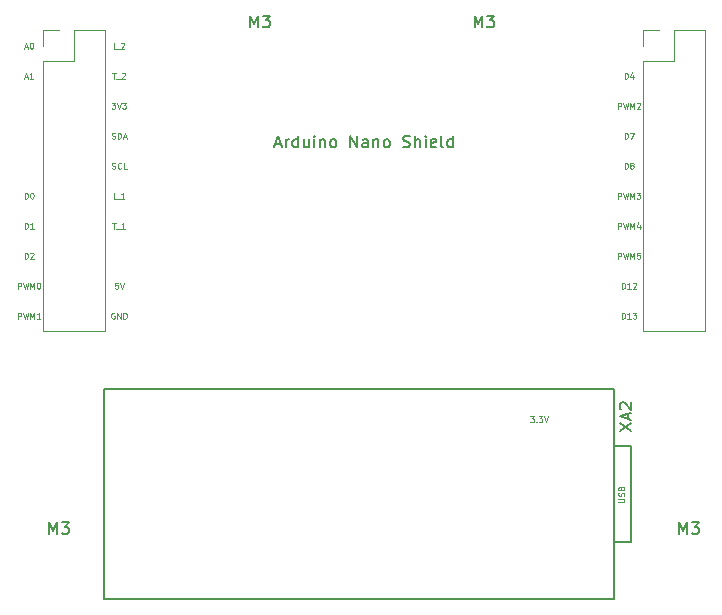
<source format=gbr>
%TF.GenerationSoftware,KiCad,Pcbnew,(5.1.6)-1*%
%TF.CreationDate,2020-06-17T13:37:55+01:00*%
%TF.ProjectId,Arduino_Nano_shield,41726475-696e-46f5-9f4e-616e6f5f7368,rev?*%
%TF.SameCoordinates,Original*%
%TF.FileFunction,Legend,Top*%
%TF.FilePolarity,Positive*%
%FSLAX46Y46*%
G04 Gerber Fmt 4.6, Leading zero omitted, Abs format (unit mm)*
G04 Created by KiCad (PCBNEW (5.1.6)-1) date 2020-06-17 13:37:55*
%MOMM*%
%LPD*%
G01*
G04 APERTURE LIST*
%ADD10C,0.150000*%
%ADD11C,0.100000*%
%ADD12C,0.120000*%
%ADD13C,0.075000*%
G04 APERTURE END LIST*
D10*
X114812380Y-56586666D02*
X115288571Y-56586666D01*
X114717142Y-56872380D02*
X115050476Y-55872380D01*
X115383809Y-56872380D01*
X115717142Y-56872380D02*
X115717142Y-56205714D01*
X115717142Y-56396190D02*
X115764761Y-56300952D01*
X115812380Y-56253333D01*
X115907619Y-56205714D01*
X116002857Y-56205714D01*
X116764761Y-56872380D02*
X116764761Y-55872380D01*
X116764761Y-56824761D02*
X116669523Y-56872380D01*
X116479047Y-56872380D01*
X116383809Y-56824761D01*
X116336190Y-56777142D01*
X116288571Y-56681904D01*
X116288571Y-56396190D01*
X116336190Y-56300952D01*
X116383809Y-56253333D01*
X116479047Y-56205714D01*
X116669523Y-56205714D01*
X116764761Y-56253333D01*
X117669523Y-56205714D02*
X117669523Y-56872380D01*
X117240952Y-56205714D02*
X117240952Y-56729523D01*
X117288571Y-56824761D01*
X117383809Y-56872380D01*
X117526666Y-56872380D01*
X117621904Y-56824761D01*
X117669523Y-56777142D01*
X118145714Y-56872380D02*
X118145714Y-56205714D01*
X118145714Y-55872380D02*
X118098095Y-55920000D01*
X118145714Y-55967619D01*
X118193333Y-55920000D01*
X118145714Y-55872380D01*
X118145714Y-55967619D01*
X118621904Y-56205714D02*
X118621904Y-56872380D01*
X118621904Y-56300952D02*
X118669523Y-56253333D01*
X118764761Y-56205714D01*
X118907619Y-56205714D01*
X119002857Y-56253333D01*
X119050476Y-56348571D01*
X119050476Y-56872380D01*
X119669523Y-56872380D02*
X119574285Y-56824761D01*
X119526666Y-56777142D01*
X119479047Y-56681904D01*
X119479047Y-56396190D01*
X119526666Y-56300952D01*
X119574285Y-56253333D01*
X119669523Y-56205714D01*
X119812380Y-56205714D01*
X119907619Y-56253333D01*
X119955238Y-56300952D01*
X120002857Y-56396190D01*
X120002857Y-56681904D01*
X119955238Y-56777142D01*
X119907619Y-56824761D01*
X119812380Y-56872380D01*
X119669523Y-56872380D01*
X121193333Y-56872380D02*
X121193333Y-55872380D01*
X121764761Y-56872380D01*
X121764761Y-55872380D01*
X122669523Y-56872380D02*
X122669523Y-56348571D01*
X122621904Y-56253333D01*
X122526666Y-56205714D01*
X122336190Y-56205714D01*
X122240952Y-56253333D01*
X122669523Y-56824761D02*
X122574285Y-56872380D01*
X122336190Y-56872380D01*
X122240952Y-56824761D01*
X122193333Y-56729523D01*
X122193333Y-56634285D01*
X122240952Y-56539047D01*
X122336190Y-56491428D01*
X122574285Y-56491428D01*
X122669523Y-56443809D01*
X123145714Y-56205714D02*
X123145714Y-56872380D01*
X123145714Y-56300952D02*
X123193333Y-56253333D01*
X123288571Y-56205714D01*
X123431428Y-56205714D01*
X123526666Y-56253333D01*
X123574285Y-56348571D01*
X123574285Y-56872380D01*
X124193333Y-56872380D02*
X124098095Y-56824761D01*
X124050476Y-56777142D01*
X124002857Y-56681904D01*
X124002857Y-56396190D01*
X124050476Y-56300952D01*
X124098095Y-56253333D01*
X124193333Y-56205714D01*
X124336190Y-56205714D01*
X124431428Y-56253333D01*
X124479047Y-56300952D01*
X124526666Y-56396190D01*
X124526666Y-56681904D01*
X124479047Y-56777142D01*
X124431428Y-56824761D01*
X124336190Y-56872380D01*
X124193333Y-56872380D01*
X125669523Y-56824761D02*
X125812380Y-56872380D01*
X126050476Y-56872380D01*
X126145714Y-56824761D01*
X126193333Y-56777142D01*
X126240952Y-56681904D01*
X126240952Y-56586666D01*
X126193333Y-56491428D01*
X126145714Y-56443809D01*
X126050476Y-56396190D01*
X125860000Y-56348571D01*
X125764761Y-56300952D01*
X125717142Y-56253333D01*
X125669523Y-56158095D01*
X125669523Y-56062857D01*
X125717142Y-55967619D01*
X125764761Y-55920000D01*
X125860000Y-55872380D01*
X126098095Y-55872380D01*
X126240952Y-55920000D01*
X126669523Y-56872380D02*
X126669523Y-55872380D01*
X127098095Y-56872380D02*
X127098095Y-56348571D01*
X127050476Y-56253333D01*
X126955238Y-56205714D01*
X126812380Y-56205714D01*
X126717142Y-56253333D01*
X126669523Y-56300952D01*
X127574285Y-56872380D02*
X127574285Y-56205714D01*
X127574285Y-55872380D02*
X127526666Y-55920000D01*
X127574285Y-55967619D01*
X127621904Y-55920000D01*
X127574285Y-55872380D01*
X127574285Y-55967619D01*
X128431428Y-56824761D02*
X128336190Y-56872380D01*
X128145714Y-56872380D01*
X128050476Y-56824761D01*
X128002857Y-56729523D01*
X128002857Y-56348571D01*
X128050476Y-56253333D01*
X128145714Y-56205714D01*
X128336190Y-56205714D01*
X128431428Y-56253333D01*
X128479047Y-56348571D01*
X128479047Y-56443809D01*
X128002857Y-56539047D01*
X129050476Y-56872380D02*
X128955238Y-56824761D01*
X128907619Y-56729523D01*
X128907619Y-55872380D01*
X129860000Y-56872380D02*
X129860000Y-55872380D01*
X129860000Y-56824761D02*
X129764761Y-56872380D01*
X129574285Y-56872380D01*
X129479047Y-56824761D01*
X129431428Y-56777142D01*
X129383809Y-56681904D01*
X129383809Y-56396190D01*
X129431428Y-56300952D01*
X129479047Y-56253333D01*
X129574285Y-56205714D01*
X129764761Y-56205714D01*
X129860000Y-56253333D01*
D11*
X93622857Y-50909333D02*
X93860952Y-50909333D01*
X93575238Y-51052190D02*
X93741904Y-50552190D01*
X93908571Y-51052190D01*
X94337142Y-51052190D02*
X94051428Y-51052190D01*
X94194285Y-51052190D02*
X94194285Y-50552190D01*
X94146666Y-50623619D01*
X94099047Y-50671238D01*
X94051428Y-50695047D01*
X93622857Y-48369333D02*
X93860952Y-48369333D01*
X93575238Y-48512190D02*
X93741904Y-48012190D01*
X93908571Y-48512190D01*
X94170476Y-48012190D02*
X94218095Y-48012190D01*
X94265714Y-48036000D01*
X94289523Y-48059809D01*
X94313333Y-48107428D01*
X94337142Y-48202666D01*
X94337142Y-48321714D01*
X94313333Y-48416952D01*
X94289523Y-48464571D01*
X94265714Y-48488380D01*
X94218095Y-48512190D01*
X94170476Y-48512190D01*
X94122857Y-48488380D01*
X94099047Y-48464571D01*
X94075238Y-48416952D01*
X94051428Y-48321714D01*
X94051428Y-48202666D01*
X94075238Y-48107428D01*
X94099047Y-48059809D01*
X94122857Y-48036000D01*
X94170476Y-48012190D01*
X93610952Y-61212190D02*
X93610952Y-60712190D01*
X93730000Y-60712190D01*
X93801428Y-60736000D01*
X93849047Y-60783619D01*
X93872857Y-60831238D01*
X93896666Y-60926476D01*
X93896666Y-60997904D01*
X93872857Y-61093142D01*
X93849047Y-61140761D01*
X93801428Y-61188380D01*
X93730000Y-61212190D01*
X93610952Y-61212190D01*
X94206190Y-60712190D02*
X94253809Y-60712190D01*
X94301428Y-60736000D01*
X94325238Y-60759809D01*
X94349047Y-60807428D01*
X94372857Y-60902666D01*
X94372857Y-61021714D01*
X94349047Y-61116952D01*
X94325238Y-61164571D01*
X94301428Y-61188380D01*
X94253809Y-61212190D01*
X94206190Y-61212190D01*
X94158571Y-61188380D01*
X94134761Y-61164571D01*
X94110952Y-61116952D01*
X94087142Y-61021714D01*
X94087142Y-60902666D01*
X94110952Y-60807428D01*
X94134761Y-60759809D01*
X94158571Y-60736000D01*
X94206190Y-60712190D01*
X93610952Y-63752190D02*
X93610952Y-63252190D01*
X93730000Y-63252190D01*
X93801428Y-63276000D01*
X93849047Y-63323619D01*
X93872857Y-63371238D01*
X93896666Y-63466476D01*
X93896666Y-63537904D01*
X93872857Y-63633142D01*
X93849047Y-63680761D01*
X93801428Y-63728380D01*
X93730000Y-63752190D01*
X93610952Y-63752190D01*
X94372857Y-63752190D02*
X94087142Y-63752190D01*
X94230000Y-63752190D02*
X94230000Y-63252190D01*
X94182380Y-63323619D01*
X94134761Y-63371238D01*
X94087142Y-63395047D01*
X93610952Y-66292190D02*
X93610952Y-65792190D01*
X93730000Y-65792190D01*
X93801428Y-65816000D01*
X93849047Y-65863619D01*
X93872857Y-65911238D01*
X93896666Y-66006476D01*
X93896666Y-66077904D01*
X93872857Y-66173142D01*
X93849047Y-66220761D01*
X93801428Y-66268380D01*
X93730000Y-66292190D01*
X93610952Y-66292190D01*
X94087142Y-65839809D02*
X94110952Y-65816000D01*
X94158571Y-65792190D01*
X94277619Y-65792190D01*
X94325238Y-65816000D01*
X94349047Y-65839809D01*
X94372857Y-65887428D01*
X94372857Y-65935047D01*
X94349047Y-66006476D01*
X94063333Y-66292190D01*
X94372857Y-66292190D01*
X93039523Y-68832190D02*
X93039523Y-68332190D01*
X93230000Y-68332190D01*
X93277619Y-68356000D01*
X93301428Y-68379809D01*
X93325238Y-68427428D01*
X93325238Y-68498857D01*
X93301428Y-68546476D01*
X93277619Y-68570285D01*
X93230000Y-68594095D01*
X93039523Y-68594095D01*
X93491904Y-68332190D02*
X93610952Y-68832190D01*
X93706190Y-68475047D01*
X93801428Y-68832190D01*
X93920476Y-68332190D01*
X94110952Y-68832190D02*
X94110952Y-68332190D01*
X94277619Y-68689333D01*
X94444285Y-68332190D01*
X94444285Y-68832190D01*
X94777619Y-68332190D02*
X94825238Y-68332190D01*
X94872857Y-68356000D01*
X94896666Y-68379809D01*
X94920476Y-68427428D01*
X94944285Y-68522666D01*
X94944285Y-68641714D01*
X94920476Y-68736952D01*
X94896666Y-68784571D01*
X94872857Y-68808380D01*
X94825238Y-68832190D01*
X94777619Y-68832190D01*
X94730000Y-68808380D01*
X94706190Y-68784571D01*
X94682380Y-68736952D01*
X94658571Y-68641714D01*
X94658571Y-68522666D01*
X94682380Y-68427428D01*
X94706190Y-68379809D01*
X94730000Y-68356000D01*
X94777619Y-68332190D01*
X93039523Y-71372190D02*
X93039523Y-70872190D01*
X93230000Y-70872190D01*
X93277619Y-70896000D01*
X93301428Y-70919809D01*
X93325238Y-70967428D01*
X93325238Y-71038857D01*
X93301428Y-71086476D01*
X93277619Y-71110285D01*
X93230000Y-71134095D01*
X93039523Y-71134095D01*
X93491904Y-70872190D02*
X93610952Y-71372190D01*
X93706190Y-71015047D01*
X93801428Y-71372190D01*
X93920476Y-70872190D01*
X94110952Y-71372190D02*
X94110952Y-70872190D01*
X94277619Y-71229333D01*
X94444285Y-70872190D01*
X94444285Y-71372190D01*
X94944285Y-71372190D02*
X94658571Y-71372190D01*
X94801428Y-71372190D02*
X94801428Y-70872190D01*
X94753809Y-70943619D01*
X94706190Y-70991238D01*
X94658571Y-71015047D01*
X101219047Y-70896000D02*
X101171428Y-70872190D01*
X101100000Y-70872190D01*
X101028571Y-70896000D01*
X100980952Y-70943619D01*
X100957142Y-70991238D01*
X100933333Y-71086476D01*
X100933333Y-71157904D01*
X100957142Y-71253142D01*
X100980952Y-71300761D01*
X101028571Y-71348380D01*
X101100000Y-71372190D01*
X101147619Y-71372190D01*
X101219047Y-71348380D01*
X101242857Y-71324571D01*
X101242857Y-71157904D01*
X101147619Y-71157904D01*
X101457142Y-71372190D02*
X101457142Y-70872190D01*
X101742857Y-71372190D01*
X101742857Y-70872190D01*
X101980952Y-71372190D02*
X101980952Y-70872190D01*
X102100000Y-70872190D01*
X102171428Y-70896000D01*
X102219047Y-70943619D01*
X102242857Y-70991238D01*
X102266666Y-71086476D01*
X102266666Y-71157904D01*
X102242857Y-71253142D01*
X102219047Y-71300761D01*
X102171428Y-71348380D01*
X102100000Y-71372190D01*
X101980952Y-71372190D01*
X101504761Y-68332190D02*
X101266666Y-68332190D01*
X101242857Y-68570285D01*
X101266666Y-68546476D01*
X101314285Y-68522666D01*
X101433333Y-68522666D01*
X101480952Y-68546476D01*
X101504761Y-68570285D01*
X101528571Y-68617904D01*
X101528571Y-68736952D01*
X101504761Y-68784571D01*
X101480952Y-68808380D01*
X101433333Y-68832190D01*
X101314285Y-68832190D01*
X101266666Y-68808380D01*
X101242857Y-68784571D01*
X101671428Y-68332190D02*
X101838095Y-68832190D01*
X102004761Y-68332190D01*
X101028571Y-63252190D02*
X101314285Y-63252190D01*
X101171428Y-63752190D02*
X101171428Y-63252190D01*
X101361904Y-63799809D02*
X101742857Y-63799809D01*
X102123809Y-63752190D02*
X101838095Y-63752190D01*
X101980952Y-63752190D02*
X101980952Y-63252190D01*
X101933333Y-63323619D01*
X101885714Y-63371238D01*
X101838095Y-63395047D01*
X101171428Y-61212190D02*
X101171428Y-60712190D01*
X101290476Y-61259809D02*
X101671428Y-61259809D01*
X102052380Y-61212190D02*
X101766666Y-61212190D01*
X101909523Y-61212190D02*
X101909523Y-60712190D01*
X101861904Y-60783619D01*
X101814285Y-60831238D01*
X101766666Y-60855047D01*
X101004761Y-58648380D02*
X101076190Y-58672190D01*
X101195238Y-58672190D01*
X101242857Y-58648380D01*
X101266666Y-58624571D01*
X101290476Y-58576952D01*
X101290476Y-58529333D01*
X101266666Y-58481714D01*
X101242857Y-58457904D01*
X101195238Y-58434095D01*
X101100000Y-58410285D01*
X101052380Y-58386476D01*
X101028571Y-58362666D01*
X101004761Y-58315047D01*
X101004761Y-58267428D01*
X101028571Y-58219809D01*
X101052380Y-58196000D01*
X101100000Y-58172190D01*
X101219047Y-58172190D01*
X101290476Y-58196000D01*
X101790476Y-58624571D02*
X101766666Y-58648380D01*
X101695238Y-58672190D01*
X101647619Y-58672190D01*
X101576190Y-58648380D01*
X101528571Y-58600761D01*
X101504761Y-58553142D01*
X101480952Y-58457904D01*
X101480952Y-58386476D01*
X101504761Y-58291238D01*
X101528571Y-58243619D01*
X101576190Y-58196000D01*
X101647619Y-58172190D01*
X101695238Y-58172190D01*
X101766666Y-58196000D01*
X101790476Y-58219809D01*
X102242857Y-58672190D02*
X102004761Y-58672190D01*
X102004761Y-58172190D01*
X100992857Y-56108380D02*
X101064285Y-56132190D01*
X101183333Y-56132190D01*
X101230952Y-56108380D01*
X101254761Y-56084571D01*
X101278571Y-56036952D01*
X101278571Y-55989333D01*
X101254761Y-55941714D01*
X101230952Y-55917904D01*
X101183333Y-55894095D01*
X101088095Y-55870285D01*
X101040476Y-55846476D01*
X101016666Y-55822666D01*
X100992857Y-55775047D01*
X100992857Y-55727428D01*
X101016666Y-55679809D01*
X101040476Y-55656000D01*
X101088095Y-55632190D01*
X101207142Y-55632190D01*
X101278571Y-55656000D01*
X101492857Y-56132190D02*
X101492857Y-55632190D01*
X101611904Y-55632190D01*
X101683333Y-55656000D01*
X101730952Y-55703619D01*
X101754761Y-55751238D01*
X101778571Y-55846476D01*
X101778571Y-55917904D01*
X101754761Y-56013142D01*
X101730952Y-56060761D01*
X101683333Y-56108380D01*
X101611904Y-56132190D01*
X101492857Y-56132190D01*
X101969047Y-55989333D02*
X102207142Y-55989333D01*
X101921428Y-56132190D02*
X102088095Y-55632190D01*
X102254761Y-56132190D01*
X100980952Y-53092190D02*
X101290476Y-53092190D01*
X101123809Y-53282666D01*
X101195238Y-53282666D01*
X101242857Y-53306476D01*
X101266666Y-53330285D01*
X101290476Y-53377904D01*
X101290476Y-53496952D01*
X101266666Y-53544571D01*
X101242857Y-53568380D01*
X101195238Y-53592190D01*
X101052380Y-53592190D01*
X101004761Y-53568380D01*
X100980952Y-53544571D01*
X101433333Y-53092190D02*
X101600000Y-53592190D01*
X101766666Y-53092190D01*
X101885714Y-53092190D02*
X102195238Y-53092190D01*
X102028571Y-53282666D01*
X102100000Y-53282666D01*
X102147619Y-53306476D01*
X102171428Y-53330285D01*
X102195238Y-53377904D01*
X102195238Y-53496952D01*
X102171428Y-53544571D01*
X102147619Y-53568380D01*
X102100000Y-53592190D01*
X101957142Y-53592190D01*
X101909523Y-53568380D01*
X101885714Y-53544571D01*
X101028571Y-50552190D02*
X101314285Y-50552190D01*
X101171428Y-51052190D02*
X101171428Y-50552190D01*
X101361904Y-51099809D02*
X101742857Y-51099809D01*
X101838095Y-50599809D02*
X101861904Y-50576000D01*
X101909523Y-50552190D01*
X102028571Y-50552190D01*
X102076190Y-50576000D01*
X102100000Y-50599809D01*
X102123809Y-50647428D01*
X102123809Y-50695047D01*
X102100000Y-50766476D01*
X101814285Y-51052190D01*
X102123809Y-51052190D01*
X101171428Y-48512190D02*
X101171428Y-48012190D01*
X101290476Y-48559809D02*
X101671428Y-48559809D01*
X101766666Y-48059809D02*
X101790476Y-48036000D01*
X101838095Y-48012190D01*
X101957142Y-48012190D01*
X102004761Y-48036000D01*
X102028571Y-48059809D01*
X102052380Y-48107428D01*
X102052380Y-48155047D01*
X102028571Y-48226476D01*
X101742857Y-48512190D01*
X102052380Y-48512190D01*
X144410952Y-58672190D02*
X144410952Y-58172190D01*
X144530000Y-58172190D01*
X144601428Y-58196000D01*
X144649047Y-58243619D01*
X144672857Y-58291238D01*
X144696666Y-58386476D01*
X144696666Y-58457904D01*
X144672857Y-58553142D01*
X144649047Y-58600761D01*
X144601428Y-58648380D01*
X144530000Y-58672190D01*
X144410952Y-58672190D01*
X144982380Y-58386476D02*
X144934761Y-58362666D01*
X144910952Y-58338857D01*
X144887142Y-58291238D01*
X144887142Y-58267428D01*
X144910952Y-58219809D01*
X144934761Y-58196000D01*
X144982380Y-58172190D01*
X145077619Y-58172190D01*
X145125238Y-58196000D01*
X145149047Y-58219809D01*
X145172857Y-58267428D01*
X145172857Y-58291238D01*
X145149047Y-58338857D01*
X145125238Y-58362666D01*
X145077619Y-58386476D01*
X144982380Y-58386476D01*
X144934761Y-58410285D01*
X144910952Y-58434095D01*
X144887142Y-58481714D01*
X144887142Y-58576952D01*
X144910952Y-58624571D01*
X144934761Y-58648380D01*
X144982380Y-58672190D01*
X145077619Y-58672190D01*
X145125238Y-58648380D01*
X145149047Y-58624571D01*
X145172857Y-58576952D01*
X145172857Y-58481714D01*
X145149047Y-58434095D01*
X145125238Y-58410285D01*
X145077619Y-58386476D01*
X144410952Y-56132190D02*
X144410952Y-55632190D01*
X144530000Y-55632190D01*
X144601428Y-55656000D01*
X144649047Y-55703619D01*
X144672857Y-55751238D01*
X144696666Y-55846476D01*
X144696666Y-55917904D01*
X144672857Y-56013142D01*
X144649047Y-56060761D01*
X144601428Y-56108380D01*
X144530000Y-56132190D01*
X144410952Y-56132190D01*
X144863333Y-55632190D02*
X145196666Y-55632190D01*
X144982380Y-56132190D01*
X144410952Y-51052190D02*
X144410952Y-50552190D01*
X144530000Y-50552190D01*
X144601428Y-50576000D01*
X144649047Y-50623619D01*
X144672857Y-50671238D01*
X144696666Y-50766476D01*
X144696666Y-50837904D01*
X144672857Y-50933142D01*
X144649047Y-50980761D01*
X144601428Y-51028380D01*
X144530000Y-51052190D01*
X144410952Y-51052190D01*
X145125238Y-50718857D02*
X145125238Y-51052190D01*
X145006190Y-50528380D02*
X144887142Y-50885523D01*
X145196666Y-50885523D01*
X144172857Y-71372190D02*
X144172857Y-70872190D01*
X144291904Y-70872190D01*
X144363333Y-70896000D01*
X144410952Y-70943619D01*
X144434761Y-70991238D01*
X144458571Y-71086476D01*
X144458571Y-71157904D01*
X144434761Y-71253142D01*
X144410952Y-71300761D01*
X144363333Y-71348380D01*
X144291904Y-71372190D01*
X144172857Y-71372190D01*
X144934761Y-71372190D02*
X144649047Y-71372190D01*
X144791904Y-71372190D02*
X144791904Y-70872190D01*
X144744285Y-70943619D01*
X144696666Y-70991238D01*
X144649047Y-71015047D01*
X145101428Y-70872190D02*
X145410952Y-70872190D01*
X145244285Y-71062666D01*
X145315714Y-71062666D01*
X145363333Y-71086476D01*
X145387142Y-71110285D01*
X145410952Y-71157904D01*
X145410952Y-71276952D01*
X145387142Y-71324571D01*
X145363333Y-71348380D01*
X145315714Y-71372190D01*
X145172857Y-71372190D01*
X145125238Y-71348380D01*
X145101428Y-71324571D01*
X144172857Y-68832190D02*
X144172857Y-68332190D01*
X144291904Y-68332190D01*
X144363333Y-68356000D01*
X144410952Y-68403619D01*
X144434761Y-68451238D01*
X144458571Y-68546476D01*
X144458571Y-68617904D01*
X144434761Y-68713142D01*
X144410952Y-68760761D01*
X144363333Y-68808380D01*
X144291904Y-68832190D01*
X144172857Y-68832190D01*
X144934761Y-68832190D02*
X144649047Y-68832190D01*
X144791904Y-68832190D02*
X144791904Y-68332190D01*
X144744285Y-68403619D01*
X144696666Y-68451238D01*
X144649047Y-68475047D01*
X145125238Y-68379809D02*
X145149047Y-68356000D01*
X145196666Y-68332190D01*
X145315714Y-68332190D01*
X145363333Y-68356000D01*
X145387142Y-68379809D01*
X145410952Y-68427428D01*
X145410952Y-68475047D01*
X145387142Y-68546476D01*
X145101428Y-68832190D01*
X145410952Y-68832190D01*
X143839523Y-66292190D02*
X143839523Y-65792190D01*
X144030000Y-65792190D01*
X144077619Y-65816000D01*
X144101428Y-65839809D01*
X144125238Y-65887428D01*
X144125238Y-65958857D01*
X144101428Y-66006476D01*
X144077619Y-66030285D01*
X144030000Y-66054095D01*
X143839523Y-66054095D01*
X144291904Y-65792190D02*
X144410952Y-66292190D01*
X144506190Y-65935047D01*
X144601428Y-66292190D01*
X144720476Y-65792190D01*
X144910952Y-66292190D02*
X144910952Y-65792190D01*
X145077619Y-66149333D01*
X145244285Y-65792190D01*
X145244285Y-66292190D01*
X145720476Y-65792190D02*
X145482380Y-65792190D01*
X145458571Y-66030285D01*
X145482380Y-66006476D01*
X145530000Y-65982666D01*
X145649047Y-65982666D01*
X145696666Y-66006476D01*
X145720476Y-66030285D01*
X145744285Y-66077904D01*
X145744285Y-66196952D01*
X145720476Y-66244571D01*
X145696666Y-66268380D01*
X145649047Y-66292190D01*
X145530000Y-66292190D01*
X145482380Y-66268380D01*
X145458571Y-66244571D01*
X143839523Y-63752190D02*
X143839523Y-63252190D01*
X144030000Y-63252190D01*
X144077619Y-63276000D01*
X144101428Y-63299809D01*
X144125238Y-63347428D01*
X144125238Y-63418857D01*
X144101428Y-63466476D01*
X144077619Y-63490285D01*
X144030000Y-63514095D01*
X143839523Y-63514095D01*
X144291904Y-63252190D02*
X144410952Y-63752190D01*
X144506190Y-63395047D01*
X144601428Y-63752190D01*
X144720476Y-63252190D01*
X144910952Y-63752190D02*
X144910952Y-63252190D01*
X145077619Y-63609333D01*
X145244285Y-63252190D01*
X145244285Y-63752190D01*
X145696666Y-63418857D02*
X145696666Y-63752190D01*
X145577619Y-63228380D02*
X145458571Y-63585523D01*
X145768095Y-63585523D01*
X143839523Y-61212190D02*
X143839523Y-60712190D01*
X144030000Y-60712190D01*
X144077619Y-60736000D01*
X144101428Y-60759809D01*
X144125238Y-60807428D01*
X144125238Y-60878857D01*
X144101428Y-60926476D01*
X144077619Y-60950285D01*
X144030000Y-60974095D01*
X143839523Y-60974095D01*
X144291904Y-60712190D02*
X144410952Y-61212190D01*
X144506190Y-60855047D01*
X144601428Y-61212190D01*
X144720476Y-60712190D01*
X144910952Y-61212190D02*
X144910952Y-60712190D01*
X145077619Y-61069333D01*
X145244285Y-60712190D01*
X145244285Y-61212190D01*
X145434761Y-60712190D02*
X145744285Y-60712190D01*
X145577619Y-60902666D01*
X145649047Y-60902666D01*
X145696666Y-60926476D01*
X145720476Y-60950285D01*
X145744285Y-60997904D01*
X145744285Y-61116952D01*
X145720476Y-61164571D01*
X145696666Y-61188380D01*
X145649047Y-61212190D01*
X145506190Y-61212190D01*
X145458571Y-61188380D01*
X145434761Y-61164571D01*
X143839523Y-53592190D02*
X143839523Y-53092190D01*
X144030000Y-53092190D01*
X144077619Y-53116000D01*
X144101428Y-53139809D01*
X144125238Y-53187428D01*
X144125238Y-53258857D01*
X144101428Y-53306476D01*
X144077619Y-53330285D01*
X144030000Y-53354095D01*
X143839523Y-53354095D01*
X144291904Y-53092190D02*
X144410952Y-53592190D01*
X144506190Y-53235047D01*
X144601428Y-53592190D01*
X144720476Y-53092190D01*
X144910952Y-53592190D02*
X144910952Y-53092190D01*
X145077619Y-53449333D01*
X145244285Y-53092190D01*
X145244285Y-53592190D01*
X145458571Y-53139809D02*
X145482380Y-53116000D01*
X145530000Y-53092190D01*
X145649047Y-53092190D01*
X145696666Y-53116000D01*
X145720476Y-53139809D01*
X145744285Y-53187428D01*
X145744285Y-53235047D01*
X145720476Y-53306476D01*
X145434761Y-53592190D01*
X145744285Y-53592190D01*
D10*
X131710476Y-46712380D02*
X131710476Y-45712380D01*
X132043809Y-46426666D01*
X132377142Y-45712380D01*
X132377142Y-46712380D01*
X132758095Y-45712380D02*
X133377142Y-45712380D01*
X133043809Y-46093333D01*
X133186666Y-46093333D01*
X133281904Y-46140952D01*
X133329523Y-46188571D01*
X133377142Y-46283809D01*
X133377142Y-46521904D01*
X133329523Y-46617142D01*
X133281904Y-46664761D01*
X133186666Y-46712380D01*
X132900952Y-46712380D01*
X132805714Y-46664761D01*
X132758095Y-46617142D01*
X149050476Y-89606380D02*
X149050476Y-88606380D01*
X149383809Y-89320666D01*
X149717142Y-88606380D01*
X149717142Y-89606380D01*
X150098095Y-88606380D02*
X150717142Y-88606380D01*
X150383809Y-88987333D01*
X150526666Y-88987333D01*
X150621904Y-89034952D01*
X150669523Y-89082571D01*
X150717142Y-89177809D01*
X150717142Y-89415904D01*
X150669523Y-89511142D01*
X150621904Y-89558761D01*
X150526666Y-89606380D01*
X150240952Y-89606380D01*
X150145714Y-89558761D01*
X150098095Y-89511142D01*
X112710476Y-46712380D02*
X112710476Y-45712380D01*
X113043809Y-46426666D01*
X113377142Y-45712380D01*
X113377142Y-46712380D01*
X113758095Y-45712380D02*
X114377142Y-45712380D01*
X114043809Y-46093333D01*
X114186666Y-46093333D01*
X114281904Y-46140952D01*
X114329523Y-46188571D01*
X114377142Y-46283809D01*
X114377142Y-46521904D01*
X114329523Y-46617142D01*
X114281904Y-46664761D01*
X114186666Y-46712380D01*
X113900952Y-46712380D01*
X113805714Y-46664761D01*
X113758095Y-46617142D01*
X95710476Y-89606380D02*
X95710476Y-88606380D01*
X96043809Y-89320666D01*
X96377142Y-88606380D01*
X96377142Y-89606380D01*
X96758095Y-88606380D02*
X97377142Y-88606380D01*
X97043809Y-88987333D01*
X97186666Y-88987333D01*
X97281904Y-89034952D01*
X97329523Y-89082571D01*
X97377142Y-89177809D01*
X97377142Y-89415904D01*
X97329523Y-89511142D01*
X97281904Y-89558761D01*
X97186666Y-89606380D01*
X96900952Y-89606380D01*
X96805714Y-89558761D01*
X96758095Y-89511142D01*
%TO.C,XA2*%
X100340000Y-95150000D02*
X143520000Y-95150000D01*
X100340000Y-77370000D02*
X143520000Y-77370000D01*
X143520000Y-95150000D02*
X143520000Y-77370000D01*
X100340000Y-95150000D02*
X100340000Y-77370000D01*
X144970000Y-82196000D02*
X143520000Y-82196000D01*
X144970000Y-90324000D02*
X144970000Y-82196000D01*
X143520000Y-90324000D02*
X144970000Y-90324000D01*
D12*
%TO.C,J1*%
X95190000Y-72450000D02*
X100390000Y-72450000D01*
X95190000Y-49530000D02*
X95190000Y-72450000D01*
X100390000Y-46930000D02*
X100390000Y-72450000D01*
X95190000Y-49530000D02*
X97790000Y-49530000D01*
X97790000Y-49530000D02*
X97790000Y-46930000D01*
X97790000Y-46930000D02*
X100390000Y-46930000D01*
X95190000Y-48260000D02*
X95190000Y-46930000D01*
X95190000Y-46930000D02*
X96520000Y-46930000D01*
%TO.C,J2*%
X145990000Y-46930000D02*
X147320000Y-46930000D01*
X145990000Y-48260000D02*
X145990000Y-46930000D01*
X148590000Y-46930000D02*
X151190000Y-46930000D01*
X148590000Y-49530000D02*
X148590000Y-46930000D01*
X145990000Y-49530000D02*
X148590000Y-49530000D01*
X151190000Y-46930000D02*
X151190000Y-72450000D01*
X145990000Y-49530000D02*
X145990000Y-72450000D01*
X145990000Y-72450000D02*
X151190000Y-72450000D01*
%TO.C,XA2*%
D10*
X143988380Y-80894095D02*
X144988380Y-80227428D01*
X143988380Y-80227428D02*
X144988380Y-80894095D01*
X144702666Y-79894095D02*
X144702666Y-79417904D01*
X144988380Y-79989333D02*
X143988380Y-79656000D01*
X144988380Y-79322666D01*
X144083619Y-79036952D02*
X144036000Y-78989333D01*
X143988380Y-78894095D01*
X143988380Y-78656000D01*
X144036000Y-78560761D01*
X144083619Y-78513142D01*
X144178857Y-78465523D01*
X144274095Y-78465523D01*
X144416952Y-78513142D01*
X144988380Y-79084571D01*
X144988380Y-78465523D01*
D13*
X143881190Y-86890952D02*
X144285952Y-86890952D01*
X144333571Y-86867142D01*
X144357380Y-86843333D01*
X144381190Y-86795714D01*
X144381190Y-86700476D01*
X144357380Y-86652857D01*
X144333571Y-86629047D01*
X144285952Y-86605238D01*
X143881190Y-86605238D01*
X144357380Y-86390952D02*
X144381190Y-86319523D01*
X144381190Y-86200476D01*
X144357380Y-86152857D01*
X144333571Y-86129047D01*
X144285952Y-86105238D01*
X144238333Y-86105238D01*
X144190714Y-86129047D01*
X144166904Y-86152857D01*
X144143095Y-86200476D01*
X144119285Y-86295714D01*
X144095476Y-86343333D01*
X144071666Y-86367142D01*
X144024047Y-86390952D01*
X143976428Y-86390952D01*
X143928809Y-86367142D01*
X143905000Y-86343333D01*
X143881190Y-86295714D01*
X143881190Y-86176666D01*
X143905000Y-86105238D01*
X144119285Y-85724285D02*
X144143095Y-85652857D01*
X144166904Y-85629047D01*
X144214523Y-85605238D01*
X144285952Y-85605238D01*
X144333571Y-85629047D01*
X144357380Y-85652857D01*
X144381190Y-85700476D01*
X144381190Y-85890952D01*
X143881190Y-85890952D01*
X143881190Y-85724285D01*
X143905000Y-85676666D01*
X143928809Y-85652857D01*
X143976428Y-85629047D01*
X144024047Y-85629047D01*
X144071666Y-85652857D01*
X144095476Y-85676666D01*
X144119285Y-85724285D01*
X144119285Y-85890952D01*
X136431904Y-79636190D02*
X136741428Y-79636190D01*
X136574761Y-79826666D01*
X136646190Y-79826666D01*
X136693809Y-79850476D01*
X136717619Y-79874285D01*
X136741428Y-79921904D01*
X136741428Y-80040952D01*
X136717619Y-80088571D01*
X136693809Y-80112380D01*
X136646190Y-80136190D01*
X136503333Y-80136190D01*
X136455714Y-80112380D01*
X136431904Y-80088571D01*
X136955714Y-80088571D02*
X136979523Y-80112380D01*
X136955714Y-80136190D01*
X136931904Y-80112380D01*
X136955714Y-80088571D01*
X136955714Y-80136190D01*
X137146190Y-79636190D02*
X137455714Y-79636190D01*
X137289047Y-79826666D01*
X137360476Y-79826666D01*
X137408095Y-79850476D01*
X137431904Y-79874285D01*
X137455714Y-79921904D01*
X137455714Y-80040952D01*
X137431904Y-80088571D01*
X137408095Y-80112380D01*
X137360476Y-80136190D01*
X137217619Y-80136190D01*
X137170000Y-80112380D01*
X137146190Y-80088571D01*
X137598571Y-79636190D02*
X137765238Y-80136190D01*
X137931904Y-79636190D01*
%TD*%
M02*

</source>
